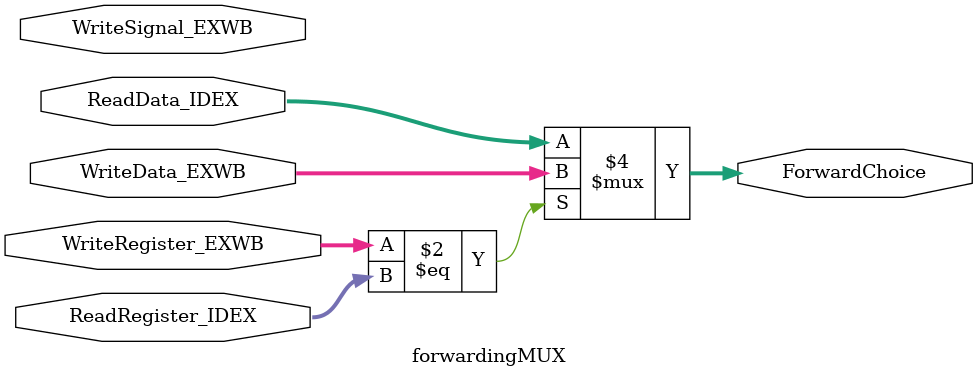
<source format=v>
`timescale 1ns / 1ps


module forwardingMUX(
    input [2:0] WriteRegister_EXWB, ReadRegister_IDEX,
    input WriteSignal_EXWB,
    input [7:0] ReadData_IDEX,
    input [7:0] WriteData_EXWB,
    output reg [7:0] ForwardChoice
    );
    
always@*
begin
    if((WriteRegister_EXWB == ReadRegister_IDEX))//&&(WriteSignal_EXWB==1))
    ForwardChoice = WriteData_EXWB;
    
    else ForwardChoice = ReadData_IDEX;
end

endmodule

</source>
